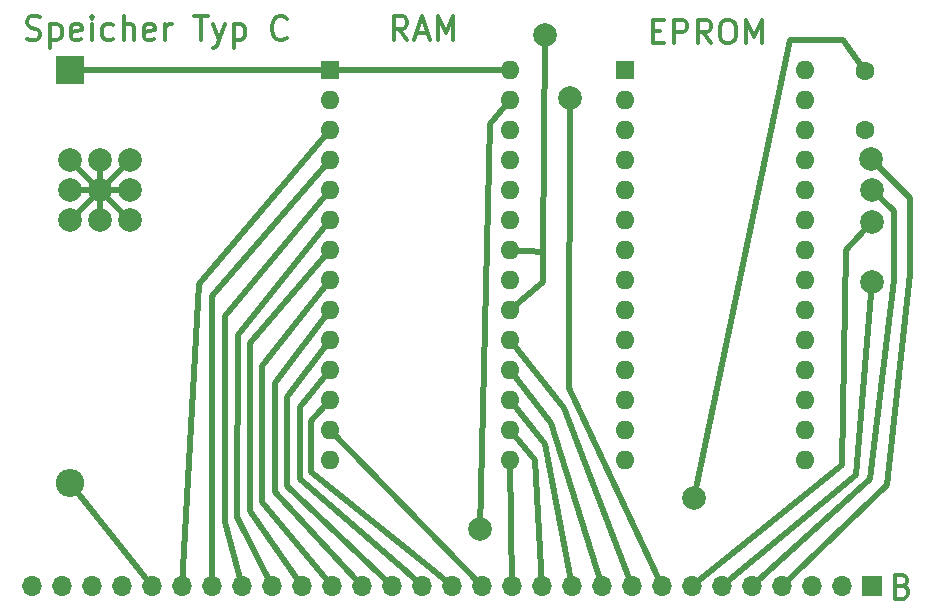
<source format=gbr>
%TF.GenerationSoftware,KiCad,Pcbnew,5.1.10*%
%TF.CreationDate,2021-11-30T18:31:43+01:00*%
%TF.ProjectId,Speichermodul_C,53706569-6368-4657-926d-6f64756c5f43,1*%
%TF.SameCoordinates,Original*%
%TF.FileFunction,Copper,L1,Top*%
%TF.FilePolarity,Positive*%
%FSLAX46Y46*%
G04 Gerber Fmt 4.6, Leading zero omitted, Abs format (unit mm)*
G04 Created by KiCad (PCBNEW 5.1.10) date 2021-11-30 18:31:43*
%MOMM*%
%LPD*%
G01*
G04 APERTURE LIST*
%TA.AperFunction,NonConductor*%
%ADD10C,0.300000*%
%TD*%
%TA.AperFunction,ComponentPad*%
%ADD11O,2.400000X2.400000*%
%TD*%
%TA.AperFunction,ComponentPad*%
%ADD12R,2.400000X2.400000*%
%TD*%
%TA.AperFunction,ComponentPad*%
%ADD13C,1.600000*%
%TD*%
%TA.AperFunction,SMDPad,CuDef*%
%ADD14C,0.100000*%
%TD*%
%TA.AperFunction,SMDPad,CuDef*%
%ADD15R,5.080000X0.500000*%
%TD*%
%TA.AperFunction,SMDPad,CuDef*%
%ADD16R,0.500000X5.080000*%
%TD*%
%TA.AperFunction,SMDPad,CuDef*%
%ADD17C,2.000000*%
%TD*%
%TA.AperFunction,ComponentPad*%
%ADD18O,1.600000X1.600000*%
%TD*%
%TA.AperFunction,ComponentPad*%
%ADD19R,1.600000X1.600000*%
%TD*%
%TA.AperFunction,ComponentPad*%
%ADD20O,1.700000X1.700000*%
%TD*%
%TA.AperFunction,ComponentPad*%
%ADD21R,1.700000X1.700000*%
%TD*%
%TA.AperFunction,ViaPad*%
%ADD22C,2.000000*%
%TD*%
%TA.AperFunction,Conductor*%
%ADD23C,0.500000*%
%TD*%
G04 APERTURE END LIST*
D10*
X117000000Y-88809523D02*
X117285714Y-88904761D01*
X117761904Y-88904761D01*
X117952380Y-88809523D01*
X118047619Y-88714285D01*
X118142857Y-88523809D01*
X118142857Y-88333333D01*
X118047619Y-88142857D01*
X117952380Y-88047619D01*
X117761904Y-87952380D01*
X117380952Y-87857142D01*
X117190476Y-87761904D01*
X117095238Y-87666666D01*
X117000000Y-87476190D01*
X117000000Y-87285714D01*
X117095238Y-87095238D01*
X117190476Y-87000000D01*
X117380952Y-86904761D01*
X117857142Y-86904761D01*
X118142857Y-87000000D01*
X119000000Y-87571428D02*
X119000000Y-89571428D01*
X119000000Y-87666666D02*
X119190476Y-87571428D01*
X119571428Y-87571428D01*
X119761904Y-87666666D01*
X119857142Y-87761904D01*
X119952380Y-87952380D01*
X119952380Y-88523809D01*
X119857142Y-88714285D01*
X119761904Y-88809523D01*
X119571428Y-88904761D01*
X119190476Y-88904761D01*
X119000000Y-88809523D01*
X121571428Y-88809523D02*
X121380952Y-88904761D01*
X121000000Y-88904761D01*
X120809523Y-88809523D01*
X120714285Y-88619047D01*
X120714285Y-87857142D01*
X120809523Y-87666666D01*
X121000000Y-87571428D01*
X121380952Y-87571428D01*
X121571428Y-87666666D01*
X121666666Y-87857142D01*
X121666666Y-88047619D01*
X120714285Y-88238095D01*
X122523809Y-88904761D02*
X122523809Y-87571428D01*
X122523809Y-86904761D02*
X122428571Y-87000000D01*
X122523809Y-87095238D01*
X122619047Y-87000000D01*
X122523809Y-86904761D01*
X122523809Y-87095238D01*
X124333333Y-88809523D02*
X124142857Y-88904761D01*
X123761904Y-88904761D01*
X123571428Y-88809523D01*
X123476190Y-88714285D01*
X123380952Y-88523809D01*
X123380952Y-87952380D01*
X123476190Y-87761904D01*
X123571428Y-87666666D01*
X123761904Y-87571428D01*
X124142857Y-87571428D01*
X124333333Y-87666666D01*
X125190476Y-88904761D02*
X125190476Y-86904761D01*
X126047619Y-88904761D02*
X126047619Y-87857142D01*
X125952380Y-87666666D01*
X125761904Y-87571428D01*
X125476190Y-87571428D01*
X125285714Y-87666666D01*
X125190476Y-87761904D01*
X127761904Y-88809523D02*
X127571428Y-88904761D01*
X127190476Y-88904761D01*
X126999999Y-88809523D01*
X126904761Y-88619047D01*
X126904761Y-87857142D01*
X126999999Y-87666666D01*
X127190476Y-87571428D01*
X127571428Y-87571428D01*
X127761904Y-87666666D01*
X127857142Y-87857142D01*
X127857142Y-88047619D01*
X126904761Y-88238095D01*
X128714285Y-88904761D02*
X128714285Y-87571428D01*
X128714285Y-87952380D02*
X128809523Y-87761904D01*
X128904761Y-87666666D01*
X129095238Y-87571428D01*
X129285714Y-87571428D01*
X131190476Y-86904761D02*
X132333333Y-86904761D01*
X131761904Y-88904761D02*
X131761904Y-86904761D01*
X132809523Y-87571428D02*
X133285714Y-88904761D01*
X133761904Y-87571428D02*
X133285714Y-88904761D01*
X133095238Y-89380952D01*
X133000000Y-89476190D01*
X132809523Y-89571428D01*
X134523809Y-87571428D02*
X134523809Y-89571428D01*
X134523809Y-87666666D02*
X134714285Y-87571428D01*
X135095238Y-87571428D01*
X135285714Y-87666666D01*
X135380952Y-87761904D01*
X135476190Y-87952380D01*
X135476190Y-88523809D01*
X135380952Y-88714285D01*
X135285714Y-88809523D01*
X135095238Y-88904761D01*
X134714285Y-88904761D01*
X134523809Y-88809523D01*
X139000000Y-88714285D02*
X138904761Y-88809523D01*
X138619047Y-88904761D01*
X138428571Y-88904761D01*
X138142857Y-88809523D01*
X137952380Y-88619047D01*
X137857142Y-88428571D01*
X137761904Y-88047619D01*
X137761904Y-87761904D01*
X137857142Y-87380952D01*
X137952380Y-87190476D01*
X138142857Y-87000000D01*
X138428571Y-86904761D01*
X138619047Y-86904761D01*
X138904761Y-87000000D01*
X139000000Y-87095238D01*
X149219047Y-88904761D02*
X148552380Y-87952380D01*
X148076190Y-88904761D02*
X148076190Y-86904761D01*
X148838095Y-86904761D01*
X149028571Y-87000000D01*
X149123809Y-87095238D01*
X149219047Y-87285714D01*
X149219047Y-87571428D01*
X149123809Y-87761904D01*
X149028571Y-87857142D01*
X148838095Y-87952380D01*
X148076190Y-87952380D01*
X149980952Y-88333333D02*
X150933333Y-88333333D01*
X149790476Y-88904761D02*
X150457142Y-86904761D01*
X151123809Y-88904761D01*
X151790476Y-88904761D02*
X151790476Y-86904761D01*
X152457142Y-88333333D01*
X153123809Y-86904761D01*
X153123809Y-88904761D01*
X169980952Y-88157142D02*
X170647619Y-88157142D01*
X170933333Y-89204761D02*
X169980952Y-89204761D01*
X169980952Y-87204761D01*
X170933333Y-87204761D01*
X171790476Y-89204761D02*
X171790476Y-87204761D01*
X172552380Y-87204761D01*
X172742857Y-87300000D01*
X172838095Y-87395238D01*
X172933333Y-87585714D01*
X172933333Y-87871428D01*
X172838095Y-88061904D01*
X172742857Y-88157142D01*
X172552380Y-88252380D01*
X171790476Y-88252380D01*
X174933333Y-89204761D02*
X174266666Y-88252380D01*
X173790476Y-89204761D02*
X173790476Y-87204761D01*
X174552380Y-87204761D01*
X174742857Y-87300000D01*
X174838095Y-87395238D01*
X174933333Y-87585714D01*
X174933333Y-87871428D01*
X174838095Y-88061904D01*
X174742857Y-88157142D01*
X174552380Y-88252380D01*
X173790476Y-88252380D01*
X176171428Y-87204761D02*
X176552380Y-87204761D01*
X176742857Y-87300000D01*
X176933333Y-87490476D01*
X177028571Y-87871428D01*
X177028571Y-88538095D01*
X176933333Y-88919047D01*
X176742857Y-89109523D01*
X176552380Y-89204761D01*
X176171428Y-89204761D01*
X175980952Y-89109523D01*
X175790476Y-88919047D01*
X175695238Y-88538095D01*
X175695238Y-87871428D01*
X175790476Y-87490476D01*
X175980952Y-87300000D01*
X176171428Y-87204761D01*
X177885714Y-89204761D02*
X177885714Y-87204761D01*
X178552380Y-88633333D01*
X179219047Y-87204761D01*
X179219047Y-89204761D01*
X191142857Y-135157142D02*
X191428571Y-135252380D01*
X191523809Y-135347619D01*
X191619047Y-135538095D01*
X191619047Y-135823809D01*
X191523809Y-136014285D01*
X191428571Y-136109523D01*
X191238095Y-136204761D01*
X190476190Y-136204761D01*
X190476190Y-134204761D01*
X191142857Y-134204761D01*
X191333333Y-134300000D01*
X191428571Y-134395238D01*
X191523809Y-134585714D01*
X191523809Y-134776190D01*
X191428571Y-134966666D01*
X191333333Y-135061904D01*
X191142857Y-135157142D01*
X190476190Y-135157142D01*
D11*
%TO.P,C5,2*%
%TO.N,GND*%
X120650000Y-126440000D03*
D12*
%TO.P,C5,1*%
%TO.N,U2*%
X120650000Y-91440000D03*
%TD*%
D13*
%TO.P,C3,2*%
%TO.N,GND*%
X187960000Y-91520000D03*
%TO.P,C3,1*%
%TO.N,+5P*%
X187960000Y-96520000D03*
%TD*%
%TA.AperFunction,SMDPad,CuDef*%
D14*
%TO.P,REF\u002A\u002A,2*%
%TO.N,N/C*%
G36*
X125841650Y-99301903D02*
G01*
X120891903Y-104251650D01*
X120538350Y-103898097D01*
X125488097Y-98948350D01*
X125841650Y-99301903D01*
G37*
%TD.AperFunction*%
%TA.AperFunction,SMDPad,CuDef*%
G36*
X125488097Y-104251650D02*
G01*
X120538350Y-99301903D01*
X120891903Y-98948350D01*
X125841650Y-103898097D01*
X125488097Y-104251650D01*
G37*
%TD.AperFunction*%
D15*
X123190000Y-101600000D03*
D16*
X123190000Y-101600000D03*
D17*
%TO.P,REF\u002A\u002A,1*%
X120650000Y-101600000D03*
X120650000Y-104140000D03*
X123190000Y-104140000D03*
X125730000Y-104140000D03*
X125730000Y-101600000D03*
X125730000Y-99060000D03*
X123190000Y-99060000D03*
X120650000Y-99060000D03*
X123190000Y-101600000D03*
%TD*%
D18*
%TO.P,U3,28*%
%TO.N,U2*%
X157940000Y-91440000D03*
%TO.P,U3,14*%
%TO.N,GND*%
X142700000Y-124460000D03*
%TO.P,U3,27*%
%TO.N,R~W*%
X157940000Y-93980000D03*
%TO.P,U3,13*%
%TO.N,/D2*%
X142700000Y-121920000D03*
%TO.P,U3,26*%
%TO.N,U1*%
X157940000Y-96520000D03*
%TO.P,U3,12*%
%TO.N,/D1*%
X142700000Y-119380000D03*
%TO.P,U3,25*%
%TO.N,/A8*%
X157940000Y-99060000D03*
%TO.P,U3,11*%
%TO.N,/D0*%
X142700000Y-116840000D03*
%TO.P,U3,24*%
%TO.N,/A9*%
X157940000Y-101600000D03*
%TO.P,U3,10*%
%TO.N,/A0*%
X142700000Y-114300000D03*
%TO.P,U3,23*%
%TO.N,/A11*%
X157940000Y-104140000D03*
%TO.P,U3,9*%
%TO.N,/A1*%
X142700000Y-111760000D03*
%TO.P,U3,22*%
%TO.N,/~CSA*%
X157940000Y-106680000D03*
%TO.P,U3,8*%
%TO.N,/A2*%
X142700000Y-109220000D03*
%TO.P,U3,21*%
%TO.N,/A10*%
X157940000Y-109220000D03*
%TO.P,U3,7*%
%TO.N,/A3*%
X142700000Y-106680000D03*
%TO.P,U3,20*%
%TO.N,/~CSA*%
X157940000Y-111760000D03*
%TO.P,U3,6*%
%TO.N,/A4*%
X142700000Y-104140000D03*
%TO.P,U3,19*%
%TO.N,/D7*%
X157940000Y-114300000D03*
%TO.P,U3,5*%
%TO.N,/A5*%
X142700000Y-101600000D03*
%TO.P,U3,18*%
%TO.N,/D6*%
X157940000Y-116840000D03*
%TO.P,U3,4*%
%TO.N,/A6*%
X142700000Y-99060000D03*
%TO.P,U3,17*%
%TO.N,/D5*%
X157940000Y-119380000D03*
%TO.P,U3,3*%
%TO.N,/A7*%
X142700000Y-96520000D03*
%TO.P,U3,16*%
%TO.N,/D4*%
X157940000Y-121920000D03*
%TO.P,U3,2*%
%TO.N,/A12*%
X142700000Y-93980000D03*
%TO.P,U3,15*%
%TO.N,/D3*%
X157940000Y-124460000D03*
D19*
%TO.P,U3,1*%
%TO.N,Net-(U3-Pad1)*%
X142700000Y-91440000D03*
%TD*%
D18*
%TO.P,U2,28*%
%TO.N,+5P*%
X182880000Y-91440000D03*
%TO.P,U2,14*%
%TO.N,GND*%
X167640000Y-124460000D03*
%TO.P,U2,27*%
%TO.N,+5P*%
X182880000Y-93980000D03*
%TO.P,U2,13*%
%TO.N,/D2*%
X167640000Y-121920000D03*
%TO.P,U2,26*%
%TO.N,Net-(U2-Pad26)*%
X182880000Y-96520000D03*
%TO.P,U2,12*%
%TO.N,/D1*%
X167640000Y-119380000D03*
%TO.P,U2,25*%
%TO.N,/A8*%
X182880000Y-99060000D03*
%TO.P,U2,11*%
%TO.N,/D0*%
X167640000Y-116840000D03*
%TO.P,U2,24*%
%TO.N,/A9*%
X182880000Y-101600000D03*
%TO.P,U2,10*%
%TO.N,/A0*%
X167640000Y-114300000D03*
%TO.P,U2,23*%
%TO.N,/A11*%
X182880000Y-104140000D03*
%TO.P,U2,9*%
%TO.N,/A1*%
X167640000Y-111760000D03*
%TO.P,U2,22*%
%TO.N,/~CSB*%
X182880000Y-106680000D03*
%TO.P,U2,8*%
%TO.N,/A2*%
X167640000Y-109220000D03*
%TO.P,U2,21*%
%TO.N,/A10*%
X182880000Y-109220000D03*
%TO.P,U2,7*%
%TO.N,/A3*%
X167640000Y-106680000D03*
%TO.P,U2,20*%
%TO.N,/~CSB*%
X182880000Y-111760000D03*
%TO.P,U2,6*%
%TO.N,/A4*%
X167640000Y-104140000D03*
%TO.P,U2,19*%
%TO.N,/D7*%
X182880000Y-114300000D03*
%TO.P,U2,5*%
%TO.N,/A5*%
X167640000Y-101600000D03*
%TO.P,U2,18*%
%TO.N,/D6*%
X182880000Y-116840000D03*
%TO.P,U2,4*%
%TO.N,/A6*%
X167640000Y-99060000D03*
%TO.P,U2,17*%
%TO.N,/D5*%
X182880000Y-119380000D03*
%TO.P,U2,3*%
%TO.N,/A7*%
X167640000Y-96520000D03*
%TO.P,U2,16*%
%TO.N,/D4*%
X182880000Y-121920000D03*
%TO.P,U2,2*%
%TO.N,/A12*%
X167640000Y-93980000D03*
%TO.P,U2,15*%
%TO.N,/D3*%
X182880000Y-124460000D03*
D19*
%TO.P,U2,1*%
%TO.N,+5P*%
X167640000Y-91440000D03*
%TD*%
D20*
%TO.P,X10,29*%
%TO.N,Net-(X10-Pad29)*%
X117470000Y-135160000D03*
%TO.P,X10,28*%
%TO.N,+5P*%
X120010000Y-135160000D03*
%TO.P,X10,27*%
%TO.N,U2*%
X122550000Y-135160000D03*
%TO.P,X10,26*%
%TO.N,U1*%
X125090000Y-135160000D03*
%TO.P,X10,25*%
%TO.N,GND*%
X127630000Y-135160000D03*
%TO.P,X10,24*%
%TO.N,/A7*%
X130170000Y-135160000D03*
%TO.P,X10,23*%
%TO.N,/A6*%
X132710000Y-135160000D03*
%TO.P,X10,22*%
%TO.N,/A5*%
X135250000Y-135160000D03*
%TO.P,X10,21*%
%TO.N,/A4*%
X137790000Y-135160000D03*
%TO.P,X10,20*%
%TO.N,/A3*%
X140330000Y-135160000D03*
%TO.P,X10,19*%
%TO.N,/A2*%
X142870000Y-135160000D03*
%TO.P,X10,18*%
%TO.N,/A1*%
X145410000Y-135160000D03*
%TO.P,X10,17*%
%TO.N,/A0*%
X147950000Y-135160000D03*
%TO.P,X10,16*%
%TO.N,/D0*%
X150490000Y-135160000D03*
%TO.P,X10,15*%
%TO.N,/D1*%
X153030000Y-135160000D03*
%TO.P,X10,14*%
%TO.N,/D2*%
X155570000Y-135160000D03*
%TO.P,X10,13*%
%TO.N,/D3*%
X158110000Y-135160000D03*
%TO.P,X10,12*%
%TO.N,/D4*%
X160650000Y-135160000D03*
%TO.P,X10,11*%
%TO.N,/D5*%
X163190000Y-135160000D03*
%TO.P,X10,10*%
%TO.N,/D6*%
X165730000Y-135160000D03*
%TO.P,X10,9*%
%TO.N,/D7*%
X168270000Y-135160000D03*
%TO.P,X10,8*%
%TO.N,/A12*%
X170810000Y-135160000D03*
%TO.P,X10,7*%
%TO.N,/A11*%
X173350000Y-135160000D03*
%TO.P,X10,6*%
%TO.N,/A10*%
X175890000Y-135160000D03*
%TO.P,X10,5*%
%TO.N,/A9*%
X178430000Y-135160000D03*
%TO.P,X10,4*%
%TO.N,/A8*%
X180970000Y-135160000D03*
%TO.P,X10,3*%
%TO.N,R~W*%
X183510000Y-135160000D03*
%TO.P,X10,2*%
%TO.N,/~CSB*%
X186050000Y-135160000D03*
D21*
%TO.P,X10,1*%
%TO.N,/~CSA*%
X188590000Y-135160000D03*
%TD*%
D22*
%TO.N,GND*%
X173500000Y-127700000D03*
%TO.N,/A8*%
X188500000Y-99000000D03*
%TO.N,/A9*%
X188600000Y-101600000D03*
%TO.N,/A10*%
X188600000Y-109400000D03*
%TO.N,R~W*%
X155400000Y-130300000D03*
%TO.N,/~CSA*%
X160900000Y-88500000D03*
%TO.N,/A12*%
X163000000Y-93800000D03*
%TO.N,/A11*%
X188600000Y-104300000D03*
%TD*%
D23*
%TO.N,GND*%
X120650000Y-126440000D02*
X127630000Y-135160000D01*
X181600000Y-88900000D02*
X173500000Y-127700000D01*
X186100000Y-88900000D02*
X181600000Y-88900000D01*
X187960000Y-91520000D02*
X186100000Y-88900000D01*
%TO.N,/A8*%
X191800000Y-102300000D02*
X188500000Y-99000000D01*
X191800000Y-108700000D02*
X191800000Y-102300000D01*
X189800000Y-126600000D02*
X191800000Y-108700000D01*
X180970000Y-135160000D02*
X189800000Y-126600000D01*
%TO.N,/D2*%
X142700000Y-121920000D02*
X155570000Y-135160000D01*
%TO.N,/A9*%
X190400000Y-103400000D02*
X188600000Y-101600000D01*
X190400000Y-109200000D02*
X190400000Y-103400000D01*
X188400000Y-126100000D02*
X190400000Y-109200000D01*
X178430000Y-135160000D02*
X188400000Y-126100000D01*
%TO.N,/D1*%
X141100000Y-125500000D02*
X151400000Y-133800000D01*
X141100000Y-121200000D02*
X141100000Y-125500000D01*
X151400000Y-133800000D02*
X153030000Y-135160000D01*
X142700000Y-119380000D02*
X141100000Y-121200000D01*
%TO.N,/D0*%
X149100000Y-133900000D02*
X150490000Y-135160000D01*
X140100000Y-126100000D02*
X149100000Y-133900000D01*
X140100000Y-120000000D02*
X140100000Y-126100000D01*
X142700000Y-116840000D02*
X140100000Y-120000000D01*
%TO.N,/A0*%
X139000000Y-126700000D02*
X147950000Y-135160000D01*
X139000000Y-119100000D02*
X139000000Y-126700000D01*
X142700000Y-114300000D02*
X139000000Y-119100000D01*
%TO.N,/A10*%
X175890000Y-135160000D02*
X187200000Y-125700000D01*
X187200000Y-125700000D02*
X188600000Y-109400000D01*
%TO.N,/A1*%
X138000000Y-127200000D02*
X145410000Y-135160000D01*
X138000000Y-117911764D02*
X138000000Y-127200000D01*
X142700000Y-111760000D02*
X138000000Y-117911764D01*
%TO.N,/A2*%
X136900000Y-128000000D02*
X142870000Y-135160000D01*
X136900000Y-116500000D02*
X136900000Y-128000000D01*
X142700000Y-109220000D02*
X136900000Y-116500000D01*
%TO.N,/D7*%
X157940000Y-114300000D02*
X162500000Y-120100000D01*
X162500000Y-120100000D02*
X168270000Y-135160000D01*
%TO.N,/A3*%
X135900000Y-128800000D02*
X140330000Y-135160000D01*
X135900000Y-114600000D02*
X135900000Y-128800000D01*
X142700000Y-106680000D02*
X135900000Y-114600000D01*
%TO.N,/D6*%
X157940000Y-116840000D02*
X161400000Y-121300000D01*
X161400000Y-121300000D02*
X165730000Y-135160000D01*
%TO.N,/A4*%
X142700000Y-104140000D02*
X134900000Y-113900000D01*
X134900000Y-113900000D02*
X134800000Y-129300000D01*
X134800000Y-129300000D02*
X137790000Y-135160000D01*
%TO.N,/D5*%
X157940000Y-119380000D02*
X160900000Y-123100000D01*
X160900000Y-123100000D02*
X163190000Y-135160000D01*
%TO.N,/A5*%
X133800000Y-129700000D02*
X135250000Y-135160000D01*
X133800000Y-112300000D02*
X133800000Y-129700000D01*
X142700000Y-101600000D02*
X133800000Y-112300000D01*
%TO.N,/D4*%
X157940000Y-121920000D02*
X160000000Y-124500000D01*
X160000000Y-124500000D02*
X160650000Y-135160000D01*
%TO.N,/A6*%
X142700000Y-99060000D02*
X132700000Y-110600000D01*
X132700000Y-110600000D02*
X132710000Y-135160000D01*
%TO.N,/D3*%
X158110000Y-135160000D02*
X157940000Y-124460000D01*
%TO.N,/A7*%
X142700000Y-96520000D02*
X131600000Y-109600000D01*
X131600000Y-109600000D02*
X130170000Y-135160000D01*
%TO.N,R~W*%
X157940000Y-93980000D02*
X156200000Y-96000000D01*
X156200000Y-96000000D02*
X155400000Y-130300000D01*
%TO.N,/~CSA*%
X157940000Y-111760000D02*
X160700000Y-109400000D01*
X160724644Y-106824644D02*
X160900000Y-88500000D01*
X157940000Y-106680000D02*
X160724644Y-106824644D01*
X160700000Y-109400000D02*
X160724644Y-106824644D01*
%TO.N,/A12*%
X170810000Y-135160000D02*
X162900000Y-118400000D01*
X162900000Y-118400000D02*
X163000000Y-93800000D01*
%TO.N,/A11*%
X173350000Y-135160000D02*
X186000000Y-124900000D01*
X186000000Y-124900000D02*
X186400000Y-106700000D01*
X186400000Y-106700000D02*
X188600000Y-104300000D01*
%TO.N,U2*%
X157940000Y-91440000D02*
X120650000Y-91440000D01*
%TD*%
M02*

</source>
